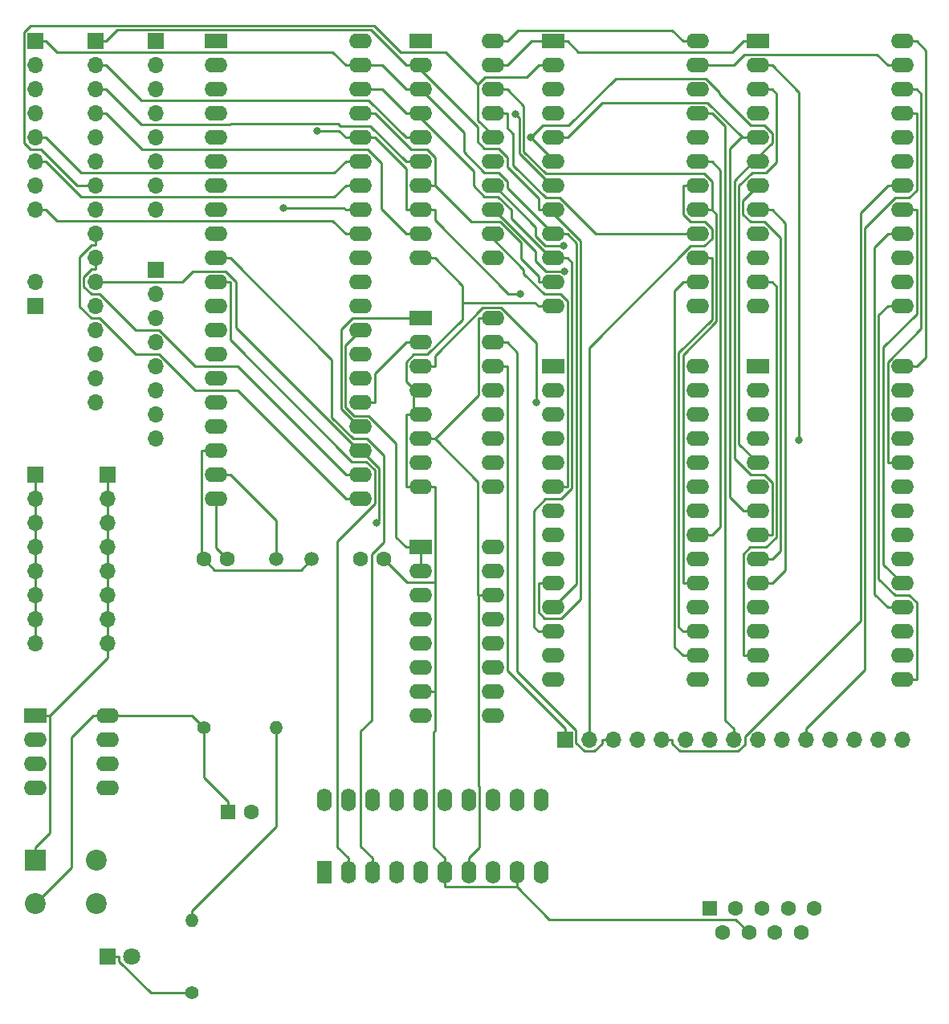
<source format=gbr>
G04 #@! TF.GenerationSoftware,KiCad,Pcbnew,(5.1.5)-3*
G04 #@! TF.CreationDate,2020-05-29T16:11:53-04:00*
G04 #@! TF.ProjectId,8031-sys06,38303331-2d73-4797-9330-362e6b696361,rev?*
G04 #@! TF.SameCoordinates,Original*
G04 #@! TF.FileFunction,Copper,L1,Top*
G04 #@! TF.FilePolarity,Positive*
%FSLAX46Y46*%
G04 Gerber Fmt 4.6, Leading zero omitted, Abs format (unit mm)*
G04 Created by KiCad (PCBNEW (5.1.5)-3) date 2020-05-29 16:11:53*
%MOMM*%
%LPD*%
G04 APERTURE LIST*
%ADD10R,1.600000X1.600000*%
%ADD11C,1.600000*%
%ADD12R,2.400000X1.600000*%
%ADD13O,2.400000X1.600000*%
%ADD14R,1.600000X2.400000*%
%ADD15O,1.600000X2.400000*%
%ADD16R,1.700000X1.700000*%
%ADD17O,1.700000X1.700000*%
%ADD18C,1.400000*%
%ADD19O,1.400000X1.400000*%
%ADD20C,1.500000*%
%ADD21R,1.800000X1.800000*%
%ADD22C,1.800000*%
%ADD23R,2.200000X2.200000*%
%ADD24C,2.200000*%
%ADD25C,0.800000*%
%ADD26C,0.250000*%
G04 APERTURE END LIST*
D10*
X115570000Y-158750000D03*
D11*
X118340000Y-158750000D03*
X121110000Y-158750000D03*
X123880000Y-158750000D03*
X126650000Y-158750000D03*
X116955000Y-161290000D03*
X119725000Y-161290000D03*
X122495000Y-161290000D03*
X125265000Y-161290000D03*
D12*
X63500000Y-67310000D03*
D13*
X78740000Y-115570000D03*
X63500000Y-69850000D03*
X78740000Y-113030000D03*
X63500000Y-72390000D03*
X78740000Y-110490000D03*
X63500000Y-74930000D03*
X78740000Y-107950000D03*
X63500000Y-77470000D03*
X78740000Y-105410000D03*
X63500000Y-80010000D03*
X78740000Y-102870000D03*
X63500000Y-82550000D03*
X78740000Y-100330000D03*
X63500000Y-85090000D03*
X78740000Y-97790000D03*
X63500000Y-87630000D03*
X78740000Y-95250000D03*
X63500000Y-90170000D03*
X78740000Y-92710000D03*
X63500000Y-92710000D03*
X78740000Y-90170000D03*
X63500000Y-95250000D03*
X78740000Y-87630000D03*
X63500000Y-97790000D03*
X78740000Y-85090000D03*
X63500000Y-100330000D03*
X78740000Y-82550000D03*
X63500000Y-102870000D03*
X78740000Y-80010000D03*
X63500000Y-105410000D03*
X78740000Y-77470000D03*
X63500000Y-107950000D03*
X78740000Y-74930000D03*
X63500000Y-110490000D03*
X78740000Y-72390000D03*
X63500000Y-113030000D03*
X78740000Y-69850000D03*
X63500000Y-115570000D03*
X78740000Y-67310000D03*
X92710000Y-67310000D03*
X85090000Y-90170000D03*
X92710000Y-69850000D03*
X85090000Y-87630000D03*
X92710000Y-72390000D03*
X85090000Y-85090000D03*
X92710000Y-74930000D03*
X85090000Y-82550000D03*
X92710000Y-77470000D03*
X85090000Y-80010000D03*
X92710000Y-80010000D03*
X85090000Y-77470000D03*
X92710000Y-82550000D03*
X85090000Y-74930000D03*
X92710000Y-85090000D03*
X85090000Y-72390000D03*
X92710000Y-87630000D03*
X85090000Y-69850000D03*
X92710000Y-90170000D03*
D12*
X85090000Y-67310000D03*
X99060000Y-67310000D03*
D13*
X114300000Y-95250000D03*
X99060000Y-69850000D03*
X114300000Y-92710000D03*
X99060000Y-72390000D03*
X114300000Y-90170000D03*
X99060000Y-74930000D03*
X114300000Y-87630000D03*
X99060000Y-77470000D03*
X114300000Y-85090000D03*
X99060000Y-80010000D03*
X114300000Y-82550000D03*
X99060000Y-82550000D03*
X114300000Y-80010000D03*
X99060000Y-85090000D03*
X114300000Y-77470000D03*
X99060000Y-87630000D03*
X114300000Y-74930000D03*
X99060000Y-90170000D03*
X114300000Y-72390000D03*
X99060000Y-92710000D03*
X114300000Y-69850000D03*
X99060000Y-95250000D03*
X114300000Y-67310000D03*
X135890000Y-67310000D03*
X120650000Y-95250000D03*
X135890000Y-69850000D03*
X120650000Y-92710000D03*
X135890000Y-72390000D03*
X120650000Y-90170000D03*
X135890000Y-74930000D03*
X120650000Y-87630000D03*
X135890000Y-77470000D03*
X120650000Y-85090000D03*
X135890000Y-80010000D03*
X120650000Y-82550000D03*
X135890000Y-82550000D03*
X120650000Y-80010000D03*
X135890000Y-85090000D03*
X120650000Y-77470000D03*
X135890000Y-87630000D03*
X120650000Y-74930000D03*
X135890000Y-90170000D03*
X120650000Y-72390000D03*
X135890000Y-92710000D03*
X120650000Y-69850000D03*
X135890000Y-95250000D03*
D12*
X120650000Y-67310000D03*
X85090000Y-96520000D03*
D13*
X92710000Y-114300000D03*
X85090000Y-99060000D03*
X92710000Y-111760000D03*
X85090000Y-101600000D03*
X92710000Y-109220000D03*
X85090000Y-104140000D03*
X92710000Y-106680000D03*
X85090000Y-106680000D03*
X92710000Y-104140000D03*
X85090000Y-109220000D03*
X92710000Y-101600000D03*
X85090000Y-111760000D03*
X92710000Y-99060000D03*
X85090000Y-114300000D03*
X92710000Y-96520000D03*
D12*
X99060000Y-101600000D03*
D13*
X114300000Y-134620000D03*
X99060000Y-104140000D03*
X114300000Y-132080000D03*
X99060000Y-106680000D03*
X114300000Y-129540000D03*
X99060000Y-109220000D03*
X114300000Y-127000000D03*
X99060000Y-111760000D03*
X114300000Y-124460000D03*
X99060000Y-114300000D03*
X114300000Y-121920000D03*
X99060000Y-116840000D03*
X114300000Y-119380000D03*
X99060000Y-119380000D03*
X114300000Y-116840000D03*
X99060000Y-121920000D03*
X114300000Y-114300000D03*
X99060000Y-124460000D03*
X114300000Y-111760000D03*
X99060000Y-127000000D03*
X114300000Y-109220000D03*
X99060000Y-129540000D03*
X114300000Y-106680000D03*
X99060000Y-132080000D03*
X114300000Y-104140000D03*
X99060000Y-134620000D03*
X114300000Y-101600000D03*
X135890000Y-101600000D03*
X120650000Y-134620000D03*
X135890000Y-104140000D03*
X120650000Y-132080000D03*
X135890000Y-106680000D03*
X120650000Y-129540000D03*
X135890000Y-109220000D03*
X120650000Y-127000000D03*
X135890000Y-111760000D03*
X120650000Y-124460000D03*
X135890000Y-114300000D03*
X120650000Y-121920000D03*
X135890000Y-116840000D03*
X120650000Y-119380000D03*
X135890000Y-119380000D03*
X120650000Y-116840000D03*
X135890000Y-121920000D03*
X120650000Y-114300000D03*
X135890000Y-124460000D03*
X120650000Y-111760000D03*
X135890000Y-127000000D03*
X120650000Y-109220000D03*
X135890000Y-129540000D03*
X120650000Y-106680000D03*
X135890000Y-132080000D03*
X120650000Y-104140000D03*
X135890000Y-134620000D03*
D12*
X120650000Y-101600000D03*
D13*
X92710000Y-120650000D03*
X85090000Y-138430000D03*
X92710000Y-123190000D03*
X85090000Y-135890000D03*
X92710000Y-125730000D03*
X85090000Y-133350000D03*
X92710000Y-128270000D03*
X85090000Y-130810000D03*
X92710000Y-130810000D03*
X85090000Y-128270000D03*
X92710000Y-133350000D03*
X85090000Y-125730000D03*
X92710000Y-135890000D03*
X85090000Y-123190000D03*
X92710000Y-138430000D03*
D12*
X85090000Y-120650000D03*
D14*
X74930000Y-154940000D03*
D15*
X97790000Y-147320000D03*
X77470000Y-154940000D03*
X95250000Y-147320000D03*
X80010000Y-154940000D03*
X92710000Y-147320000D03*
X82550000Y-154940000D03*
X90170000Y-147320000D03*
X85090000Y-154940000D03*
X87630000Y-147320000D03*
X87630000Y-154940000D03*
X85090000Y-147320000D03*
X90170000Y-154940000D03*
X82550000Y-147320000D03*
X92710000Y-154940000D03*
X80010000Y-147320000D03*
X95250000Y-154940000D03*
X77470000Y-147320000D03*
X97790000Y-154940000D03*
X74930000Y-147320000D03*
D11*
X62230000Y-121920000D03*
X64730000Y-121920000D03*
X81240000Y-121920000D03*
X78740000Y-121920000D03*
D16*
X100330000Y-140970000D03*
D17*
X102870000Y-140970000D03*
X105410000Y-140970000D03*
X107950000Y-140970000D03*
X110490000Y-140970000D03*
X113030000Y-140970000D03*
X115570000Y-140970000D03*
X118110000Y-140970000D03*
X120650000Y-140970000D03*
X123190000Y-140970000D03*
X125730000Y-140970000D03*
X128270000Y-140970000D03*
X130810000Y-140970000D03*
X133350000Y-140970000D03*
X135890000Y-140970000D03*
D18*
X62230000Y-139700000D03*
D19*
X69850000Y-139700000D03*
D12*
X44450000Y-138430000D03*
D13*
X52070000Y-146050000D03*
X44450000Y-140970000D03*
X52070000Y-143510000D03*
X44450000Y-143510000D03*
X52070000Y-140970000D03*
X44450000Y-146050000D03*
X52070000Y-138430000D03*
D20*
X69850000Y-121920000D03*
X73650000Y-121920000D03*
D17*
X44450000Y-85090000D03*
X44450000Y-82550000D03*
X44450000Y-80010000D03*
X44450000Y-77470000D03*
X44450000Y-74930000D03*
X44450000Y-72390000D03*
X44450000Y-69850000D03*
D16*
X44450000Y-67310000D03*
X50800000Y-67310000D03*
D17*
X50800000Y-69850000D03*
X50800000Y-72390000D03*
X50800000Y-74930000D03*
X50800000Y-77470000D03*
X50800000Y-80010000D03*
X50800000Y-82550000D03*
X50800000Y-85090000D03*
X50800000Y-87630000D03*
X50800000Y-90170000D03*
X50800000Y-92710000D03*
X50800000Y-95250000D03*
X50800000Y-97790000D03*
X50800000Y-100330000D03*
X50800000Y-102870000D03*
X50800000Y-105410000D03*
D16*
X44450000Y-113030000D03*
D17*
X44450000Y-115570000D03*
X44450000Y-118110000D03*
X44450000Y-120650000D03*
X44450000Y-123190000D03*
X44450000Y-125730000D03*
X44450000Y-128270000D03*
X44450000Y-130810000D03*
D16*
X57150000Y-91440000D03*
D17*
X57150000Y-93980000D03*
X57150000Y-96520000D03*
X57150000Y-99060000D03*
X57150000Y-101600000D03*
X57150000Y-104140000D03*
X57150000Y-106680000D03*
X57150000Y-109220000D03*
X57150000Y-85090000D03*
X57150000Y-82550000D03*
X57150000Y-80010000D03*
X57150000Y-77470000D03*
X57150000Y-74930000D03*
X57150000Y-72390000D03*
X57150000Y-69850000D03*
D16*
X57150000Y-67310000D03*
X44450000Y-95250000D03*
D17*
X44450000Y-92710000D03*
D21*
X52070000Y-163830000D03*
D22*
X54610000Y-163830000D03*
D16*
X52070000Y-113030000D03*
D17*
X52070000Y-115570000D03*
X52070000Y-118110000D03*
X52070000Y-120650000D03*
X52070000Y-123190000D03*
X52070000Y-125730000D03*
X52070000Y-128270000D03*
X52070000Y-130810000D03*
D18*
X60960000Y-167640000D03*
D19*
X60960000Y-160020000D03*
D23*
X44450000Y-153670000D03*
D24*
X50950000Y-153670000D03*
X50950000Y-158170000D03*
X44450000Y-158170000D03*
D10*
X64770000Y-148590000D03*
D11*
X67270000Y-148590000D03*
D25*
X70616000Y-84866400D03*
X100216700Y-88867300D03*
X100323700Y-91566000D03*
X95614900Y-93911100D03*
X74240200Y-76748200D03*
X80495300Y-118082000D03*
X97336600Y-105410000D03*
X125009500Y-109380900D03*
X96727000Y-77462500D03*
X95101000Y-74978500D03*
D26*
X115825300Y-85090000D02*
X115825300Y-82081700D01*
X115825300Y-82081700D02*
X115023600Y-81280000D01*
X115023600Y-81280000D02*
X98327900Y-81280000D01*
X98327900Y-81280000D02*
X96001600Y-78953700D01*
X96001600Y-78953700D02*
X96001600Y-74156300D01*
X96001600Y-74156300D02*
X94235300Y-72390000D01*
X135890000Y-124460000D02*
X133914300Y-122484300D01*
X133914300Y-122484300D02*
X133914300Y-99578800D01*
X133914300Y-99578800D02*
X137415300Y-96077800D01*
X137415300Y-96077800D02*
X137415300Y-85090000D01*
X135890000Y-85090000D02*
X137415300Y-85090000D01*
X92710000Y-72390000D02*
X94235300Y-72390000D01*
X114300000Y-124460000D02*
X112774700Y-124460000D01*
X114300000Y-85090000D02*
X115825300Y-85090000D01*
X115825300Y-85090000D02*
X116281000Y-85545700D01*
X116281000Y-85545700D02*
X116281000Y-96866600D01*
X116281000Y-96866600D02*
X112774700Y-100372900D01*
X112774700Y-100372900D02*
X112774700Y-124460000D01*
X78740000Y-87630000D02*
X77214700Y-87630000D01*
X44450000Y-85090000D02*
X45625300Y-85090000D01*
X45625300Y-85090000D02*
X46800600Y-86265300D01*
X46800600Y-86265300D02*
X75850000Y-86265300D01*
X75850000Y-86265300D02*
X77214700Y-87630000D01*
X92710000Y-74930000D02*
X94235300Y-74930000D01*
X94235300Y-74930000D02*
X94235300Y-76455300D01*
X94235300Y-76455300D02*
X94875900Y-77095900D01*
X94875900Y-77095900D02*
X94875900Y-80374100D01*
X94875900Y-80374100D02*
X98321800Y-83820000D01*
X98321800Y-83820000D02*
X99807500Y-83820000D01*
X99807500Y-83820000D02*
X103617500Y-87630000D01*
X103617500Y-87630000D02*
X114300000Y-87630000D01*
X78740000Y-85090000D02*
X77214700Y-85090000D01*
X70616000Y-84866400D02*
X76991100Y-84866400D01*
X76991100Y-84866400D02*
X77214700Y-85090000D01*
X134364700Y-87630000D02*
X132981400Y-89013300D01*
X132981400Y-89013300D02*
X132981400Y-125616700D01*
X132981400Y-125616700D02*
X134364700Y-127000000D01*
X135890000Y-127000000D02*
X134364700Y-127000000D01*
X135890000Y-87630000D02*
X134364700Y-87630000D01*
X92710000Y-82550000D02*
X92888200Y-82550000D01*
X92888200Y-82550000D02*
X97265600Y-86927400D01*
X97265600Y-86927400D02*
X97265600Y-87873200D01*
X97265600Y-87873200D02*
X98259700Y-88867300D01*
X98259700Y-88867300D02*
X100216700Y-88867300D01*
X78740000Y-82550000D02*
X77214700Y-82550000D01*
X44450000Y-80010000D02*
X45625300Y-80010000D01*
X45625300Y-80010000D02*
X49355800Y-83740500D01*
X49355800Y-83740500D02*
X76024200Y-83740500D01*
X76024200Y-83740500D02*
X77214700Y-82550000D01*
X115825300Y-90170000D02*
X115825300Y-96646900D01*
X115825300Y-96646900D02*
X112324400Y-100147800D01*
X112324400Y-100147800D02*
X112324400Y-129089700D01*
X112324400Y-129089700D02*
X112774700Y-129540000D01*
X114300000Y-129540000D02*
X112774700Y-129540000D01*
X114300000Y-90170000D02*
X115825300Y-90170000D01*
X112774700Y-92710000D02*
X111874100Y-93610600D01*
X111874100Y-93610600D02*
X111874100Y-131179400D01*
X111874100Y-131179400D02*
X112774700Y-132080000D01*
X92710000Y-85090000D02*
X92850100Y-85090000D01*
X92850100Y-85090000D02*
X97250100Y-89490000D01*
X97250100Y-89490000D02*
X97250100Y-90444300D01*
X97250100Y-90444300D02*
X98371800Y-91566000D01*
X98371800Y-91566000D02*
X100323700Y-91566000D01*
X114300000Y-132080000D02*
X112774700Y-132080000D01*
X114300000Y-92710000D02*
X112774700Y-92710000D01*
X77214700Y-80010000D02*
X76024200Y-81200500D01*
X76024200Y-81200500D02*
X49355800Y-81200500D01*
X49355800Y-81200500D02*
X45625300Y-77470000D01*
X78740000Y-80010000D02*
X77214700Y-80010000D01*
X44450000Y-77470000D02*
X45625300Y-77470000D01*
X74240200Y-76748200D02*
X76492900Y-76748200D01*
X76492900Y-76748200D02*
X77214700Y-77470000D01*
X83564700Y-85090000D02*
X83564700Y-80769400D01*
X83564700Y-80769400D02*
X80265300Y-77470000D01*
X135890000Y-134620000D02*
X137415300Y-134620000D01*
X135890000Y-95250000D02*
X134364700Y-95250000D01*
X134364700Y-95250000D02*
X133431800Y-96182900D01*
X133431800Y-96182900D02*
X133431800Y-124000700D01*
X133431800Y-124000700D02*
X135161100Y-125730000D01*
X135161100Y-125730000D02*
X136644000Y-125730000D01*
X136644000Y-125730000D02*
X137415300Y-126501300D01*
X137415300Y-126501300D02*
X137415300Y-134620000D01*
X85090000Y-85090000D02*
X86615300Y-85090000D01*
X95614900Y-93911100D02*
X94388900Y-93911100D01*
X94388900Y-93911100D02*
X86615300Y-86137500D01*
X86615300Y-86137500D02*
X86615300Y-85090000D01*
X85090000Y-85090000D02*
X83564700Y-85090000D01*
X78740000Y-77470000D02*
X80265300Y-77470000D01*
X78658900Y-77470000D02*
X78740000Y-77470000D01*
X78658900Y-77470000D02*
X77214700Y-77470000D01*
X122175300Y-92710000D02*
X122625600Y-93160300D01*
X122625600Y-93160300D02*
X122625600Y-119571300D01*
X122625600Y-119571300D02*
X121546900Y-120650000D01*
X121546900Y-120650000D02*
X119881500Y-120650000D01*
X119881500Y-120650000D02*
X119124700Y-121406800D01*
X119124700Y-121406800D02*
X119124700Y-132080000D01*
X97534700Y-92710000D02*
X97534700Y-92073200D01*
X97534700Y-92073200D02*
X95676900Y-90215400D01*
X95676900Y-90215400D02*
X95676900Y-88553700D01*
X95676900Y-88553700D02*
X93483200Y-86360000D01*
X93483200Y-86360000D02*
X90425300Y-86360000D01*
X90425300Y-86360000D02*
X86615300Y-82550000D01*
X99060000Y-92710000D02*
X97534700Y-92710000D01*
X85090000Y-82550000D02*
X86615300Y-82550000D01*
X78740000Y-74930000D02*
X80265300Y-74930000D01*
X80265300Y-74930000D02*
X84075300Y-78740000D01*
X84075300Y-78740000D02*
X85838600Y-78740000D01*
X85838600Y-78740000D02*
X86615300Y-79516700D01*
X86615300Y-79516700D02*
X86615300Y-82550000D01*
X120650000Y-132080000D02*
X119124700Y-132080000D01*
X120650000Y-92710000D02*
X122175300Y-92710000D01*
X100585300Y-90170000D02*
X101049100Y-90633800D01*
X101049100Y-90633800D02*
X101049100Y-114478600D01*
X101049100Y-114478600D02*
X99957700Y-115570000D01*
X99957700Y-115570000D02*
X98291800Y-115570000D01*
X98291800Y-115570000D02*
X97084400Y-116777400D01*
X97084400Y-116777400D02*
X97084400Y-129089700D01*
X97084400Y-129089700D02*
X97534700Y-129540000D01*
X99060000Y-129540000D02*
X97534700Y-129540000D01*
X99060000Y-90170000D02*
X100585300Y-90170000D01*
X84656500Y-74930000D02*
X90705600Y-80979100D01*
X90705600Y-80979100D02*
X90705600Y-82541200D01*
X90705600Y-82541200D02*
X91839800Y-83675400D01*
X91839800Y-83675400D02*
X93298300Y-83675400D01*
X93298300Y-83675400D02*
X94688100Y-85065200D01*
X94688100Y-85065200D02*
X94688100Y-85989600D01*
X94688100Y-85989600D02*
X98868500Y-90170000D01*
X98868500Y-90170000D02*
X99060000Y-90170000D01*
X84656500Y-74930000D02*
X83564700Y-74930000D01*
X85090000Y-74930000D02*
X84656500Y-74930000D01*
X78740000Y-72390000D02*
X80265300Y-72390000D01*
X83564700Y-74930000D02*
X81024700Y-72390000D01*
X81024700Y-72390000D02*
X80265300Y-72390000D01*
X99060000Y-87630000D02*
X100585300Y-87630000D01*
X99060000Y-127000000D02*
X101543600Y-124516400D01*
X101543600Y-124516400D02*
X101543600Y-88588300D01*
X101543600Y-88588300D02*
X100585300Y-87630000D01*
X85090000Y-72390000D02*
X89665900Y-76965900D01*
X89665900Y-76965900D02*
X89665900Y-78960700D01*
X89665900Y-78960700D02*
X91840600Y-81135400D01*
X91840600Y-81135400D02*
X93316400Y-81135400D01*
X93316400Y-81135400D02*
X94235400Y-82054400D01*
X94235400Y-82054400D02*
X94235400Y-82805400D01*
X94235400Y-82805400D02*
X99060000Y-87630000D01*
X84998200Y-72390000D02*
X85090000Y-72390000D01*
X84998200Y-72390000D02*
X83564700Y-72390000D01*
X83564700Y-72390000D02*
X81024700Y-69850000D01*
X81024700Y-69850000D02*
X80265300Y-69850000D01*
X78740000Y-69850000D02*
X77214700Y-69850000D01*
X44450000Y-67310000D02*
X45625300Y-67310000D01*
X45625300Y-67310000D02*
X46800600Y-68485300D01*
X46800600Y-68485300D02*
X75850000Y-68485300D01*
X75850000Y-68485300D02*
X77214700Y-69850000D01*
X78740000Y-69850000D02*
X80265300Y-69850000D01*
X63500000Y-110490000D02*
X61974700Y-110490000D01*
X61974700Y-110490000D02*
X61974700Y-121664700D01*
X61974700Y-121664700D02*
X62230000Y-121920000D01*
X73650000Y-121920000D02*
X72522400Y-123047600D01*
X72522400Y-123047600D02*
X63357600Y-123047600D01*
X63357600Y-123047600D02*
X62230000Y-121920000D01*
X89513800Y-94909100D02*
X89513800Y-93068500D01*
X89513800Y-93068500D02*
X86615300Y-90170000D01*
X64730000Y-121920000D02*
X63500000Y-120690000D01*
X63500000Y-120690000D02*
X63500000Y-115570000D01*
X44450000Y-128270000D02*
X44450000Y-125730000D01*
X44450000Y-130810000D02*
X44450000Y-128270000D01*
X87630000Y-154940000D02*
X87630000Y-156465300D01*
X87630000Y-156465300D02*
X95250000Y-156465300D01*
X87630000Y-154506500D02*
X87630000Y-154940000D01*
X87630000Y-154506500D02*
X87630000Y-153414700D01*
X84518100Y-104140000D02*
X83564700Y-103186600D01*
X83564700Y-103186600D02*
X83564700Y-101126300D01*
X83564700Y-101126300D02*
X84361000Y-100330000D01*
X84361000Y-100330000D02*
X85811600Y-100330000D01*
X85811600Y-100330000D02*
X89513800Y-96627800D01*
X89513800Y-96627800D02*
X89513800Y-94909100D01*
X97534700Y-95250000D02*
X97193800Y-94909100D01*
X97193800Y-94909100D02*
X89513800Y-94909100D01*
X84518100Y-104140000D02*
X84327400Y-104140000D01*
X85090000Y-104140000D02*
X84518100Y-104140000D01*
X87630000Y-153414700D02*
X86487700Y-152272400D01*
X86487700Y-152272400D02*
X86487700Y-140134500D01*
X86487700Y-140134500D02*
X86615300Y-140006900D01*
X86615300Y-140006900D02*
X86615300Y-135890000D01*
X85090000Y-135890000D02*
X86615300Y-135890000D01*
X86615300Y-124380600D02*
X86615300Y-135890000D01*
X81240000Y-121920000D02*
X83700600Y-124380600D01*
X83700600Y-124380600D02*
X86615300Y-124380600D01*
X86615300Y-124380600D02*
X86615300Y-114300000D01*
X99060000Y-95250000D02*
X97534700Y-95250000D01*
X85090000Y-90170000D02*
X86615300Y-90170000D01*
X83564700Y-106680000D02*
X83564700Y-114300000D01*
X85090000Y-114300000D02*
X86615300Y-114300000D01*
X84327400Y-106680000D02*
X83564700Y-106680000D01*
X85090000Y-106680000D02*
X84327400Y-106680000D01*
X84327400Y-106680000D02*
X84327400Y-104140000D01*
X95250000Y-154940000D02*
X95250000Y-156465300D01*
X95250000Y-156465300D02*
X98701300Y-159916600D01*
X98701300Y-159916600D02*
X118351600Y-159916600D01*
X118351600Y-159916600D02*
X119725000Y-161290000D01*
X85090000Y-114300000D02*
X83564700Y-114300000D01*
X60960000Y-160020000D02*
X60960000Y-158994700D01*
X60960000Y-158994700D02*
X69850000Y-150104700D01*
X69850000Y-150104700D02*
X69850000Y-139700000D01*
X44450000Y-115570000D02*
X44450000Y-113030000D01*
X44450000Y-118110000D02*
X44450000Y-115570000D01*
X44450000Y-120650000D02*
X44450000Y-118110000D01*
X44450000Y-123190000D02*
X44450000Y-120650000D01*
X44450000Y-125730000D02*
X44450000Y-123190000D01*
X63500000Y-113030000D02*
X65025300Y-113030000D01*
X69850000Y-121920000D02*
X69850000Y-117854700D01*
X69850000Y-117854700D02*
X65025300Y-113030000D01*
X62230000Y-139700000D02*
X60960000Y-138430000D01*
X60960000Y-138430000D02*
X53595300Y-138430000D01*
X52070000Y-138430000D02*
X53595300Y-138430000D01*
X64770000Y-147464700D02*
X62230000Y-144924700D01*
X62230000Y-144924700D02*
X62230000Y-139700000D01*
X52070000Y-138430000D02*
X50544700Y-138430000D01*
X44450000Y-158170000D02*
X48260000Y-154360000D01*
X48260000Y-154360000D02*
X48260000Y-140714700D01*
X48260000Y-140714700D02*
X50544700Y-138430000D01*
X64770000Y-148590000D02*
X64770000Y-147464700D01*
X91184700Y-125730000D02*
X91184600Y-125730000D01*
X91184600Y-125730000D02*
X91184600Y-113789300D01*
X91184600Y-113789300D02*
X86615300Y-109220000D01*
X91297300Y-125730000D02*
X91184700Y-125730000D01*
X92710000Y-125730000D02*
X91297300Y-125730000D01*
X90170000Y-154940000D02*
X90170000Y-153414700D01*
X90170000Y-153414700D02*
X91312300Y-152272400D01*
X91312300Y-152272400D02*
X91312300Y-145922300D01*
X91312300Y-145922300D02*
X91184700Y-145794700D01*
X91184700Y-145794700D02*
X91184700Y-125730000D01*
X52070000Y-130810000D02*
X52070000Y-128270000D01*
X45975300Y-138430000D02*
X52070000Y-132335300D01*
X52070000Y-132335300D02*
X52070000Y-130810000D01*
X92710000Y-96520000D02*
X91184700Y-96520000D01*
X91184700Y-96520000D02*
X91184700Y-104650600D01*
X91184700Y-104650600D02*
X86615300Y-109220000D01*
X85090000Y-109220000D02*
X86615300Y-109220000D01*
X137415300Y-101600000D02*
X138358400Y-100656900D01*
X138358400Y-100656900D02*
X138358400Y-68253100D01*
X138358400Y-68253100D02*
X137415300Y-67310000D01*
X135890000Y-67310000D02*
X137415300Y-67310000D01*
X135890000Y-101600000D02*
X137415300Y-101600000D01*
X92710000Y-67310000D02*
X94235300Y-67310000D01*
X114300000Y-67310000D02*
X112774700Y-67310000D01*
X112774700Y-67310000D02*
X111639100Y-66174400D01*
X111639100Y-66174400D02*
X95370900Y-66174400D01*
X95370900Y-66174400D02*
X94235300Y-67310000D01*
X52070000Y-115570000D02*
X52070000Y-113030000D01*
X52070000Y-118110000D02*
X52070000Y-115570000D01*
X52070000Y-120650000D02*
X52070000Y-118110000D01*
X52070000Y-123190000D02*
X52070000Y-120650000D01*
X52070000Y-125730000D02*
X52070000Y-123190000D01*
X52070000Y-128270000D02*
X52070000Y-125730000D01*
X44450000Y-138430000D02*
X45975300Y-138430000D01*
X44450000Y-153670000D02*
X44450000Y-152244700D01*
X44450000Y-152244700D02*
X45975300Y-150719400D01*
X45975300Y-150719400D02*
X45975300Y-138430000D01*
X92710000Y-101600000D02*
X94235300Y-101600000D01*
X100330000Y-140970000D02*
X100330000Y-139794700D01*
X100330000Y-139794700D02*
X94235300Y-133700000D01*
X94235300Y-133700000D02*
X94235300Y-101600000D01*
X114300000Y-82550000D02*
X112774700Y-82550000D01*
X102870000Y-140970000D02*
X102870000Y-99601100D01*
X102870000Y-99601100D02*
X113571100Y-88900000D01*
X113571100Y-88900000D02*
X115031000Y-88900000D01*
X115031000Y-88900000D02*
X115830600Y-88100400D01*
X115830600Y-88100400D02*
X115830600Y-87103000D01*
X115830600Y-87103000D02*
X115087600Y-86360000D01*
X115087600Y-86360000D02*
X113578300Y-86360000D01*
X113578300Y-86360000D02*
X112774700Y-85556400D01*
X112774700Y-85556400D02*
X112774700Y-82550000D01*
X92710000Y-99060000D02*
X94235300Y-99060000D01*
X105410000Y-140970000D02*
X104234700Y-140970000D01*
X104234700Y-140970000D02*
X104234700Y-141337300D01*
X104234700Y-141337300D02*
X103419300Y-142152700D01*
X103419300Y-142152700D02*
X102362800Y-142152700D01*
X102362800Y-142152700D02*
X101505400Y-141295300D01*
X101505400Y-141295300D02*
X101505400Y-139920400D01*
X101505400Y-139920400D02*
X95297200Y-133712200D01*
X95297200Y-133712200D02*
X95297200Y-100121900D01*
X95297200Y-100121900D02*
X94235300Y-99060000D01*
X135890000Y-82550000D02*
X134364700Y-82550000D01*
X110490000Y-140970000D02*
X111665300Y-140970000D01*
X111665300Y-140970000D02*
X111665300Y-141337300D01*
X111665300Y-141337300D02*
X112482000Y-142154000D01*
X112482000Y-142154000D02*
X118616400Y-142154000D01*
X118616400Y-142154000D02*
X119295700Y-141474700D01*
X119295700Y-141474700D02*
X119295700Y-140634800D01*
X119295700Y-140634800D02*
X131499200Y-128431300D01*
X131499200Y-128431300D02*
X131499200Y-85415500D01*
X131499200Y-85415500D02*
X134364700Y-82550000D01*
X118110000Y-139794700D02*
X117181600Y-138866300D01*
X117181600Y-138866300D02*
X117181600Y-76286300D01*
X117181600Y-76286300D02*
X115825300Y-74930000D01*
X114300000Y-74930000D02*
X115825300Y-74930000D01*
X118110000Y-140970000D02*
X118110000Y-139794700D01*
X135890000Y-74930000D02*
X137415300Y-74930000D01*
X125730000Y-140970000D02*
X125730000Y-139794700D01*
X125730000Y-139794700D02*
X131949600Y-133575100D01*
X131949600Y-133575100D02*
X131949600Y-87031500D01*
X131949600Y-87031500D02*
X135161100Y-83820000D01*
X135161100Y-83820000D02*
X136614100Y-83820000D01*
X136614100Y-83820000D02*
X137415300Y-83018800D01*
X137415300Y-83018800D02*
X137415300Y-74930000D01*
X135890000Y-69850000D02*
X134364700Y-69850000D01*
X134364700Y-69850000D02*
X133231500Y-68716800D01*
X133231500Y-68716800D02*
X119293500Y-68716800D01*
X119293500Y-68716800D02*
X118160300Y-69850000D01*
X118160300Y-69850000D02*
X114300000Y-69850000D01*
X78740000Y-115570000D02*
X77214700Y-115570000D01*
X50800000Y-87630000D02*
X50800000Y-88805300D01*
X50800000Y-88805300D02*
X50432700Y-88805300D01*
X50432700Y-88805300D02*
X49162100Y-90075900D01*
X49162100Y-90075900D02*
X49162100Y-95305000D01*
X49162100Y-95305000D02*
X50377100Y-96520000D01*
X50377100Y-96520000D02*
X51297100Y-96520000D01*
X51297100Y-96520000D02*
X55107100Y-100330000D01*
X55107100Y-100330000D02*
X57556800Y-100330000D01*
X57556800Y-100330000D02*
X61366800Y-104140000D01*
X61366800Y-104140000D02*
X65784700Y-104140000D01*
X65784700Y-104140000D02*
X77214700Y-115570000D01*
X78740000Y-113030000D02*
X77214700Y-113030000D01*
X50800000Y-90170000D02*
X50800000Y-91345300D01*
X50800000Y-91345300D02*
X50432700Y-91345300D01*
X50432700Y-91345300D02*
X49612500Y-92165500D01*
X49612500Y-92165500D02*
X49612500Y-93196100D01*
X49612500Y-93196100D02*
X50396400Y-93980000D01*
X50396400Y-93980000D02*
X51268200Y-93980000D01*
X51268200Y-93980000D02*
X55078200Y-97790000D01*
X55078200Y-97790000D02*
X57564600Y-97790000D01*
X57564600Y-97790000D02*
X61374600Y-101600000D01*
X61374600Y-101600000D02*
X65784700Y-101600000D01*
X65784700Y-101600000D02*
X77214700Y-113030000D01*
X135890000Y-72390000D02*
X137415300Y-72390000D01*
X135890000Y-111760000D02*
X134364700Y-111760000D01*
X134364700Y-111760000D02*
X134364700Y-101113500D01*
X134364700Y-101113500D02*
X137908100Y-97570100D01*
X137908100Y-97570100D02*
X137908100Y-72882800D01*
X137908100Y-72882800D02*
X137415300Y-72390000D01*
X78740000Y-110490000D02*
X78869600Y-110490000D01*
X78869600Y-110490000D02*
X80721700Y-112342100D01*
X80721700Y-112342100D02*
X80721700Y-117855600D01*
X80721700Y-117855600D02*
X80495300Y-118082000D01*
X78740000Y-110490000D02*
X78618600Y-110490000D01*
X78618600Y-110490000D02*
X65662200Y-97533600D01*
X65662200Y-97533600D02*
X65662200Y-92659400D01*
X65662200Y-92659400D02*
X64572200Y-91569400D01*
X64572200Y-91569400D02*
X61124900Y-91569400D01*
X61124900Y-91569400D02*
X59984300Y-92710000D01*
X59984300Y-92710000D02*
X50800000Y-92710000D01*
X115825300Y-119380000D02*
X116731300Y-118474000D01*
X116731300Y-118474000D02*
X116731300Y-80916000D01*
X116731300Y-80916000D02*
X115825300Y-80010000D01*
X114300000Y-80010000D02*
X115825300Y-80010000D01*
X114300000Y-119380000D02*
X115825300Y-119380000D01*
X85090000Y-96520000D02*
X77938200Y-96520000D01*
X77938200Y-96520000D02*
X76749300Y-97708900D01*
X76749300Y-97708900D02*
X76749300Y-106079900D01*
X76749300Y-106079900D02*
X78619400Y-107950000D01*
X78619400Y-107950000D02*
X78740000Y-107950000D01*
X78740000Y-105410000D02*
X80265300Y-105410000D01*
X85090000Y-99060000D02*
X83564700Y-99060000D01*
X83564700Y-99060000D02*
X80265300Y-102359400D01*
X80265300Y-102359400D02*
X80265300Y-105410000D01*
X85090000Y-101600000D02*
X86615300Y-101600000D01*
X86615300Y-101600000D02*
X86615300Y-100438200D01*
X86615300Y-100438200D02*
X91690800Y-95362700D01*
X91690800Y-95362700D02*
X93606300Y-95362700D01*
X93606300Y-95362700D02*
X97336600Y-99093000D01*
X97336600Y-99093000D02*
X97336600Y-105410000D01*
X85090000Y-120650000D02*
X83564700Y-120650000D01*
X83564700Y-120650000D02*
X82533000Y-119618300D01*
X82533000Y-119618300D02*
X82533000Y-109709500D01*
X82533000Y-109709500D02*
X79648100Y-106824600D01*
X79648100Y-106824600D02*
X78130900Y-106824600D01*
X78130900Y-106824600D02*
X77199700Y-105893400D01*
X77199700Y-105893400D02*
X77199700Y-99330300D01*
X77199700Y-99330300D02*
X78740000Y-97790000D01*
X85090000Y-123190000D02*
X85090000Y-120650000D01*
X80010000Y-154940000D02*
X80010000Y-153414700D01*
X63500000Y-90170000D02*
X65025300Y-90170000D01*
X65025300Y-90170000D02*
X75717000Y-100861700D01*
X75717000Y-100861700D02*
X75717000Y-106951500D01*
X75717000Y-106951500D02*
X77985500Y-109220000D01*
X77985500Y-109220000D02*
X79463600Y-109220000D01*
X79463600Y-109220000D02*
X81222500Y-110978900D01*
X81222500Y-110978900D02*
X81222500Y-120137300D01*
X81222500Y-120137300D02*
X79990000Y-121369800D01*
X79990000Y-121369800D02*
X79990000Y-138868300D01*
X79990000Y-138868300D02*
X78818200Y-140040100D01*
X78818200Y-140040100D02*
X78818200Y-152222900D01*
X78818200Y-152222900D02*
X80010000Y-153414700D01*
X77470000Y-154940000D02*
X77470000Y-153414700D01*
X63500000Y-92710000D02*
X65025300Y-92710000D01*
X65025300Y-92710000D02*
X65025300Y-98805700D01*
X65025300Y-98805700D02*
X77835000Y-111615400D01*
X77835000Y-111615400D02*
X79358100Y-111615400D01*
X79358100Y-111615400D02*
X80271300Y-112528600D01*
X80271300Y-112528600D02*
X80271300Y-116051600D01*
X80271300Y-116051600D02*
X76320700Y-120002200D01*
X76320700Y-120002200D02*
X76320700Y-152265400D01*
X76320700Y-152265400D02*
X77470000Y-153414700D01*
X119124700Y-67310000D02*
X117999400Y-68435300D01*
X117999400Y-68435300D02*
X101710600Y-68435300D01*
X101710600Y-68435300D02*
X100585300Y-67310000D01*
X120650000Y-67310000D02*
X120433300Y-67310000D01*
X120433300Y-67310000D02*
X119124700Y-67310000D01*
X99060000Y-67310000D02*
X100585300Y-67310000D01*
X94235300Y-69850000D02*
X96775300Y-67310000D01*
X96775300Y-67310000D02*
X99060000Y-67310000D01*
X92710000Y-69850000D02*
X94235300Y-69850000D01*
X83564700Y-87630000D02*
X80941000Y-85006300D01*
X80941000Y-85006300D02*
X80941000Y-80151500D01*
X80941000Y-80151500D02*
X79529500Y-78740000D01*
X79529500Y-78740000D02*
X55785300Y-78740000D01*
X55785300Y-78740000D02*
X51975300Y-74930000D01*
X100585300Y-77470000D02*
X104280200Y-73775100D01*
X104280200Y-73775100D02*
X115351500Y-73775100D01*
X115351500Y-73775100D02*
X118958000Y-77381600D01*
X118958000Y-77381600D02*
X117695700Y-78643900D01*
X117695700Y-78643900D02*
X117695700Y-115411000D01*
X117695700Y-115411000D02*
X119124700Y-116840000D01*
X120650000Y-116840000D02*
X119124700Y-116840000D01*
X118958000Y-77381600D02*
X119036300Y-77381600D01*
X119036300Y-77381600D02*
X119124700Y-77470000D01*
X120650000Y-77470000D02*
X119124700Y-77470000D01*
X99060000Y-77470000D02*
X100585300Y-77470000D01*
X85090000Y-87630000D02*
X83564700Y-87630000D01*
X50800000Y-74930000D02*
X51975300Y-74930000D01*
X91177600Y-71881200D02*
X91177600Y-75632400D01*
X91177600Y-75632400D02*
X92710000Y-77164800D01*
X92710000Y-77164800D02*
X92710000Y-77470000D01*
X97534700Y-69850000D02*
X96264700Y-71120000D01*
X96264700Y-71120000D02*
X91938800Y-71120000D01*
X91938800Y-71120000D02*
X91177600Y-71881200D01*
X50800000Y-82550000D02*
X48890200Y-82550000D01*
X48890200Y-82550000D02*
X45080200Y-78740000D01*
X45080200Y-78740000D02*
X43951600Y-78740000D01*
X43951600Y-78740000D02*
X43274600Y-78063000D01*
X43274600Y-78063000D02*
X43274600Y-66323900D01*
X43274600Y-66323900D02*
X43956800Y-65641700D01*
X43956800Y-65641700D02*
X80222800Y-65641700D01*
X80222800Y-65641700D02*
X83016500Y-68435400D01*
X83016500Y-68435400D02*
X87731800Y-68435400D01*
X87731800Y-68435400D02*
X91177600Y-71881200D01*
X99060000Y-69850000D02*
X97534700Y-69850000D01*
X120650000Y-69850000D02*
X122175300Y-69850000D01*
X122175300Y-69850000D02*
X125009500Y-72684200D01*
X125009500Y-72684200D02*
X125009500Y-109380900D01*
X96727000Y-77462500D02*
X97989500Y-76200000D01*
X97989500Y-76200000D02*
X100725300Y-76200000D01*
X100725300Y-76200000D02*
X105664300Y-71261000D01*
X105664300Y-71261000D02*
X115187400Y-71261000D01*
X115187400Y-71261000D02*
X116604800Y-72678400D01*
X116604800Y-72678400D02*
X116604800Y-72901200D01*
X116604800Y-72901200D02*
X119903600Y-76200000D01*
X119903600Y-76200000D02*
X121390800Y-76200000D01*
X121390800Y-76200000D02*
X122175300Y-76984500D01*
X122175300Y-76984500D02*
X122175300Y-78051200D01*
X122175300Y-78051200D02*
X120216500Y-80010000D01*
X99060000Y-80010000D02*
X99060000Y-79795500D01*
X99060000Y-79795500D02*
X96727000Y-77462500D01*
X83564700Y-80010000D02*
X79828600Y-76273900D01*
X79828600Y-76273900D02*
X76655500Y-76273900D01*
X76655500Y-76273900D02*
X76370900Y-75989300D01*
X76370900Y-75989300D02*
X65137000Y-75989300D01*
X65137000Y-75989300D02*
X65013600Y-76112700D01*
X65013600Y-76112700D02*
X55698000Y-76112700D01*
X55698000Y-76112700D02*
X51975300Y-72390000D01*
X85090000Y-80010000D02*
X83564700Y-80010000D01*
X50800000Y-72390000D02*
X51975300Y-72390000D01*
X120650000Y-119380000D02*
X122175300Y-119380000D01*
X120216500Y-80010000D02*
X118201600Y-82024900D01*
X118201600Y-82024900D02*
X118201600Y-111310500D01*
X118201600Y-111310500D02*
X119921100Y-113030000D01*
X119921100Y-113030000D02*
X121373000Y-113030000D01*
X121373000Y-113030000D02*
X122175300Y-113832300D01*
X122175300Y-113832300D02*
X122175300Y-119380000D01*
X120650000Y-80010000D02*
X120216500Y-80010000D01*
X120650000Y-72390000D02*
X122175300Y-72390000D01*
X122175300Y-72390000D02*
X122673100Y-72887800D01*
X122673100Y-72887800D02*
X122673100Y-80040500D01*
X122673100Y-80040500D02*
X121578200Y-81135400D01*
X121578200Y-81135400D02*
X120060500Y-81135400D01*
X120060500Y-81135400D02*
X118662500Y-82533400D01*
X118662500Y-82533400D02*
X118662500Y-109772500D01*
X118662500Y-109772500D02*
X120650000Y-111760000D01*
X99060000Y-82550000D02*
X98961000Y-82550000D01*
X98961000Y-82550000D02*
X95551300Y-79140300D01*
X95551300Y-79140300D02*
X95551300Y-75428800D01*
X95551300Y-75428800D02*
X95101000Y-74978500D01*
X120650000Y-121920000D02*
X122175300Y-121920000D01*
X120650000Y-82550000D02*
X119112900Y-84087100D01*
X119112900Y-84087100D02*
X119112900Y-85567600D01*
X119112900Y-85567600D02*
X119905300Y-86360000D01*
X119905300Y-86360000D02*
X121395100Y-86360000D01*
X121395100Y-86360000D02*
X123076800Y-88041700D01*
X123076800Y-88041700D02*
X123076800Y-121018500D01*
X123076800Y-121018500D02*
X122175300Y-121920000D01*
X85090000Y-77470000D02*
X83564700Y-77470000D01*
X50800000Y-69850000D02*
X51975300Y-69850000D01*
X51975300Y-69850000D02*
X55699900Y-73574600D01*
X55699900Y-73574600D02*
X79669300Y-73574600D01*
X79669300Y-73574600D02*
X83564700Y-77470000D01*
X99060000Y-114300000D02*
X100585300Y-114300000D01*
X92710000Y-87630000D02*
X92710000Y-88125700D01*
X92710000Y-88125700D02*
X95999000Y-91414700D01*
X95999000Y-91414700D02*
X95999000Y-91815600D01*
X95999000Y-91815600D02*
X98163400Y-93980000D01*
X98163400Y-93980000D02*
X99828600Y-93980000D01*
X99828600Y-93980000D02*
X100585300Y-94736700D01*
X100585300Y-94736700D02*
X100585300Y-114300000D01*
X97534700Y-124460000D02*
X97534700Y-127503200D01*
X97534700Y-127503200D02*
X98170800Y-128139300D01*
X98170800Y-128139300D02*
X99963400Y-128139300D01*
X99963400Y-128139300D02*
X101994000Y-126108700D01*
X101994000Y-126108700D02*
X101994000Y-88372200D01*
X101994000Y-88372200D02*
X98711800Y-85090000D01*
X122175300Y-124460000D02*
X123582500Y-123052800D01*
X123582500Y-123052800D02*
X123582500Y-86497200D01*
X123582500Y-86497200D02*
X122175300Y-85090000D01*
X99060000Y-124460000D02*
X97534700Y-124460000D01*
X98711800Y-85090000D02*
X97534700Y-85090000D01*
X99060000Y-85090000D02*
X98711800Y-85090000D01*
X120650000Y-124460000D02*
X122175300Y-124460000D01*
X120650000Y-85090000D02*
X122175300Y-85090000D01*
X84656500Y-69850000D02*
X91142200Y-76335700D01*
X91142200Y-76335700D02*
X91142200Y-77893800D01*
X91142200Y-77893800D02*
X91843800Y-78595400D01*
X91843800Y-78595400D02*
X93301800Y-78595400D01*
X93301800Y-78595400D02*
X94235400Y-79529000D01*
X94235400Y-79529000D02*
X94235400Y-80533200D01*
X94235400Y-80533200D02*
X97534700Y-83832500D01*
X97534700Y-83832500D02*
X97534700Y-85090000D01*
X84656500Y-69850000D02*
X83564700Y-69850000D01*
X85090000Y-69850000D02*
X84656500Y-69850000D01*
X50800000Y-67310000D02*
X51975300Y-67310000D01*
X51975300Y-67310000D02*
X53154400Y-66130900D01*
X53154400Y-66130900D02*
X79845600Y-66130900D01*
X79845600Y-66130900D02*
X83564700Y-69850000D01*
X52070000Y-163830000D02*
X53295300Y-163830000D01*
X53295300Y-163830000D02*
X53295300Y-164289500D01*
X53295300Y-164289500D02*
X56645800Y-167640000D01*
X56645800Y-167640000D02*
X60960000Y-167640000D01*
M02*

</source>
